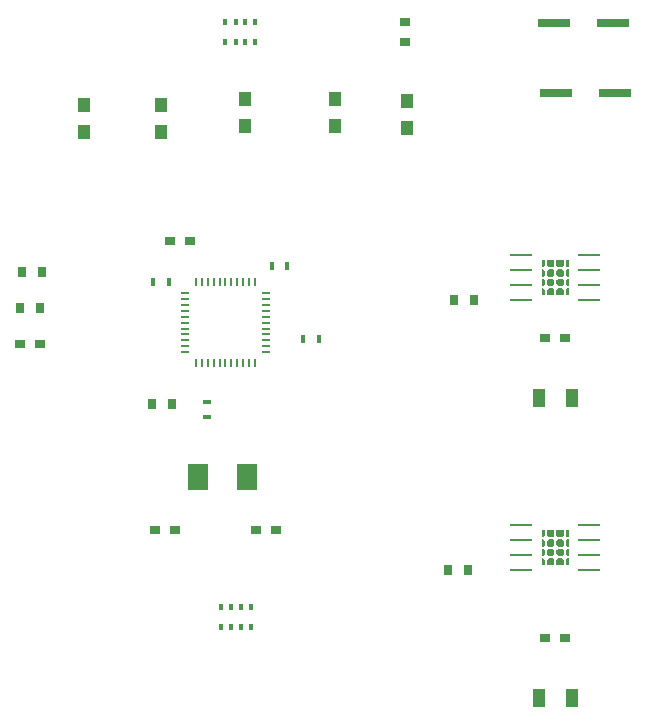
<source format=gbr>
G04 EAGLE Gerber RS-274X export*
G75*
%MOMM*%
%FSLAX34Y34*%
%LPD*%
%INSolderpaste Top*%
%IPPOS*%
%AMOC8*
5,1,8,0,0,1.08239X$1,22.5*%
G01*
%ADD10R,0.846000X0.746000*%
%ADD11R,1.051597X1.545997*%
%ADD12R,1.955800X0.254000*%
%ADD13R,0.746000X0.846000*%
%ADD14R,0.400000X0.600000*%
%ADD15R,0.350000X0.600000*%
%ADD16R,0.647600X0.147600*%
%ADD17R,0.147600X0.647600*%
%ADD18R,0.446000X0.646000*%
%ADD19R,0.646000X0.446000*%
%ADD20R,2.746000X0.746000*%
%ADD21R,0.990600X1.143000*%
%ADD22R,1.651000X2.286000*%

G36*
X816739Y618349D02*
X816739Y618349D01*
X816742Y618348D01*
X816825Y618385D01*
X818239Y619799D01*
X818241Y619802D01*
X818243Y619803D01*
X818276Y619888D01*
X818276Y624345D01*
X818275Y624347D01*
X818276Y624349D01*
X818256Y624392D01*
X818238Y624435D01*
X818236Y624436D01*
X818235Y624438D01*
X818150Y624471D01*
X812276Y624471D01*
X812274Y624470D01*
X812272Y624471D01*
X812229Y624451D01*
X812185Y624433D01*
X812185Y624431D01*
X812183Y624430D01*
X812150Y624345D01*
X812150Y619888D01*
X812151Y619885D01*
X812150Y619882D01*
X812187Y619799D01*
X813601Y618385D01*
X813604Y618384D01*
X813605Y618381D01*
X813690Y618348D01*
X816736Y618348D01*
X816739Y618349D01*
G37*
G36*
X824613Y618349D02*
X824613Y618349D01*
X824616Y618348D01*
X824699Y618385D01*
X826113Y619799D01*
X826115Y619802D01*
X826117Y619803D01*
X826150Y619888D01*
X826150Y624345D01*
X826149Y624347D01*
X826150Y624349D01*
X826130Y624392D01*
X826112Y624435D01*
X826110Y624436D01*
X826109Y624438D01*
X826024Y624471D01*
X820150Y624471D01*
X820148Y624470D01*
X820146Y624471D01*
X820103Y624451D01*
X820059Y624433D01*
X820059Y624431D01*
X820057Y624430D01*
X820024Y624345D01*
X820024Y619888D01*
X820025Y619885D01*
X820024Y619882D01*
X820061Y619799D01*
X821475Y618385D01*
X821478Y618384D01*
X821479Y618381D01*
X821564Y618348D01*
X824610Y618348D01*
X824613Y618349D01*
G37*
G36*
X826026Y594730D02*
X826026Y594730D01*
X826028Y594729D01*
X826071Y594749D01*
X826115Y594767D01*
X826115Y594770D01*
X826117Y594770D01*
X826150Y594855D01*
X826150Y599312D01*
X826149Y599315D01*
X826150Y599318D01*
X826113Y599401D01*
X824699Y600815D01*
X824696Y600817D01*
X824695Y600819D01*
X824610Y600852D01*
X821564Y600852D01*
X821561Y600851D01*
X821558Y600852D01*
X821475Y600815D01*
X820061Y599401D01*
X820060Y599398D01*
X820057Y599397D01*
X820024Y599312D01*
X820024Y594855D01*
X820025Y594853D01*
X820024Y594851D01*
X820044Y594808D01*
X820062Y594765D01*
X820064Y594764D01*
X820065Y594762D01*
X820150Y594729D01*
X826024Y594729D01*
X826026Y594730D01*
G37*
G36*
X818152Y594730D02*
X818152Y594730D01*
X818154Y594729D01*
X818197Y594749D01*
X818241Y594767D01*
X818241Y594770D01*
X818243Y594770D01*
X818276Y594855D01*
X818276Y599312D01*
X818275Y599315D01*
X818276Y599318D01*
X818239Y599401D01*
X816825Y600815D01*
X816822Y600817D01*
X816821Y600819D01*
X816736Y600852D01*
X813690Y600852D01*
X813687Y600851D01*
X813684Y600852D01*
X813601Y600815D01*
X812187Y599401D01*
X812186Y599398D01*
X812183Y599397D01*
X812150Y599312D01*
X812150Y594855D01*
X812151Y594853D01*
X812150Y594851D01*
X812170Y594808D01*
X812188Y594765D01*
X812190Y594764D01*
X812191Y594762D01*
X812276Y594729D01*
X818150Y594729D01*
X818152Y594730D01*
G37*
G36*
X816739Y389749D02*
X816739Y389749D01*
X816742Y389748D01*
X816825Y389785D01*
X818239Y391199D01*
X818241Y391202D01*
X818243Y391203D01*
X818276Y391288D01*
X818276Y395745D01*
X818275Y395747D01*
X818276Y395749D01*
X818256Y395792D01*
X818238Y395835D01*
X818236Y395836D01*
X818235Y395838D01*
X818150Y395871D01*
X812276Y395871D01*
X812274Y395870D01*
X812272Y395871D01*
X812229Y395851D01*
X812185Y395833D01*
X812185Y395831D01*
X812183Y395830D01*
X812150Y395745D01*
X812150Y391288D01*
X812151Y391285D01*
X812150Y391282D01*
X812187Y391199D01*
X813601Y389785D01*
X813604Y389784D01*
X813605Y389781D01*
X813690Y389748D01*
X816736Y389748D01*
X816739Y389749D01*
G37*
G36*
X824613Y389749D02*
X824613Y389749D01*
X824616Y389748D01*
X824699Y389785D01*
X826113Y391199D01*
X826115Y391202D01*
X826117Y391203D01*
X826150Y391288D01*
X826150Y395745D01*
X826149Y395747D01*
X826150Y395749D01*
X826130Y395792D01*
X826112Y395835D01*
X826110Y395836D01*
X826109Y395838D01*
X826024Y395871D01*
X820150Y395871D01*
X820148Y395870D01*
X820146Y395871D01*
X820103Y395851D01*
X820059Y395833D01*
X820059Y395831D01*
X820057Y395830D01*
X820024Y395745D01*
X820024Y391288D01*
X820025Y391285D01*
X820024Y391282D01*
X820061Y391199D01*
X821475Y389785D01*
X821478Y389784D01*
X821479Y389781D01*
X821564Y389748D01*
X824610Y389748D01*
X824613Y389749D01*
G37*
G36*
X818152Y366130D02*
X818152Y366130D01*
X818154Y366129D01*
X818197Y366149D01*
X818241Y366167D01*
X818241Y366170D01*
X818243Y366170D01*
X818276Y366255D01*
X818276Y370712D01*
X818275Y370715D01*
X818276Y370718D01*
X818239Y370801D01*
X816825Y372215D01*
X816822Y372217D01*
X816821Y372219D01*
X816736Y372252D01*
X813690Y372252D01*
X813687Y372251D01*
X813684Y372252D01*
X813601Y372215D01*
X812187Y370801D01*
X812186Y370798D01*
X812183Y370797D01*
X812150Y370712D01*
X812150Y366255D01*
X812151Y366253D01*
X812150Y366251D01*
X812170Y366208D01*
X812188Y366165D01*
X812190Y366164D01*
X812191Y366162D01*
X812276Y366129D01*
X818150Y366129D01*
X818152Y366130D01*
G37*
G36*
X826026Y366130D02*
X826026Y366130D01*
X826028Y366129D01*
X826071Y366149D01*
X826115Y366167D01*
X826115Y366170D01*
X826117Y366170D01*
X826150Y366255D01*
X826150Y370712D01*
X826149Y370715D01*
X826150Y370718D01*
X826113Y370801D01*
X824699Y372215D01*
X824696Y372217D01*
X824695Y372219D01*
X824610Y372252D01*
X821564Y372252D01*
X821561Y372251D01*
X821558Y372252D01*
X821475Y372215D01*
X820061Y370801D01*
X820060Y370798D01*
X820057Y370797D01*
X820024Y370712D01*
X820024Y366255D01*
X820025Y366253D01*
X820024Y366251D01*
X820044Y366208D01*
X820062Y366165D01*
X820064Y366164D01*
X820065Y366162D01*
X820150Y366129D01*
X826024Y366129D01*
X826026Y366130D01*
G37*
G36*
X824613Y610475D02*
X824613Y610475D01*
X824616Y610474D01*
X824699Y610511D01*
X826113Y611925D01*
X826115Y611928D01*
X826117Y611929D01*
X826150Y612014D01*
X826150Y615060D01*
X826149Y615063D01*
X826150Y615066D01*
X826113Y615149D01*
X824699Y616563D01*
X824696Y616565D01*
X824695Y616567D01*
X824610Y616600D01*
X821564Y616600D01*
X821561Y616599D01*
X821558Y616600D01*
X821475Y616563D01*
X820061Y615149D01*
X820060Y615146D01*
X820057Y615145D01*
X820024Y615060D01*
X820024Y612014D01*
X820025Y612011D01*
X820024Y612008D01*
X820061Y611925D01*
X821475Y610511D01*
X821478Y610510D01*
X821479Y610507D01*
X821564Y610474D01*
X824610Y610474D01*
X824613Y610475D01*
G37*
G36*
X816739Y610475D02*
X816739Y610475D01*
X816742Y610474D01*
X816825Y610511D01*
X818239Y611925D01*
X818241Y611928D01*
X818243Y611929D01*
X818276Y612014D01*
X818276Y615060D01*
X818275Y615063D01*
X818276Y615066D01*
X818239Y615149D01*
X816825Y616563D01*
X816822Y616565D01*
X816821Y616567D01*
X816736Y616600D01*
X813690Y616600D01*
X813687Y616599D01*
X813684Y616600D01*
X813601Y616563D01*
X812187Y615149D01*
X812186Y615146D01*
X812183Y615145D01*
X812150Y615060D01*
X812150Y612014D01*
X812151Y612011D01*
X812150Y612008D01*
X812187Y611925D01*
X813601Y610511D01*
X813604Y610510D01*
X813605Y610507D01*
X813690Y610474D01*
X816736Y610474D01*
X816739Y610475D01*
G37*
G36*
X816739Y602601D02*
X816739Y602601D01*
X816742Y602600D01*
X816825Y602637D01*
X818239Y604051D01*
X818241Y604054D01*
X818243Y604055D01*
X818276Y604140D01*
X818276Y607186D01*
X818275Y607189D01*
X818276Y607192D01*
X818239Y607275D01*
X816825Y608689D01*
X816822Y608691D01*
X816821Y608693D01*
X816736Y608726D01*
X813690Y608726D01*
X813687Y608725D01*
X813684Y608726D01*
X813601Y608689D01*
X812187Y607275D01*
X812186Y607272D01*
X812183Y607271D01*
X812150Y607186D01*
X812150Y604140D01*
X812151Y604137D01*
X812150Y604134D01*
X812187Y604051D01*
X813601Y602637D01*
X813604Y602636D01*
X813605Y602633D01*
X813690Y602600D01*
X816736Y602600D01*
X816739Y602601D01*
G37*
G36*
X824613Y602601D02*
X824613Y602601D01*
X824616Y602600D01*
X824699Y602637D01*
X826113Y604051D01*
X826115Y604054D01*
X826117Y604055D01*
X826150Y604140D01*
X826150Y607186D01*
X826149Y607189D01*
X826150Y607192D01*
X826113Y607275D01*
X824699Y608689D01*
X824696Y608691D01*
X824695Y608693D01*
X824610Y608726D01*
X821564Y608726D01*
X821561Y608725D01*
X821558Y608726D01*
X821475Y608689D01*
X820061Y607275D01*
X820060Y607272D01*
X820057Y607271D01*
X820024Y607186D01*
X820024Y604140D01*
X820025Y604137D01*
X820024Y604134D01*
X820061Y604051D01*
X821475Y602637D01*
X821478Y602636D01*
X821479Y602633D01*
X821564Y602600D01*
X824610Y602600D01*
X824613Y602601D01*
G37*
G36*
X824613Y381875D02*
X824613Y381875D01*
X824616Y381874D01*
X824699Y381911D01*
X826113Y383325D01*
X826115Y383328D01*
X826117Y383329D01*
X826150Y383414D01*
X826150Y386460D01*
X826149Y386463D01*
X826150Y386466D01*
X826113Y386549D01*
X824699Y387963D01*
X824696Y387965D01*
X824695Y387967D01*
X824610Y388000D01*
X821564Y388000D01*
X821561Y387999D01*
X821558Y388000D01*
X821475Y387963D01*
X820061Y386549D01*
X820060Y386546D01*
X820057Y386545D01*
X820024Y386460D01*
X820024Y383414D01*
X820025Y383411D01*
X820024Y383408D01*
X820061Y383325D01*
X821475Y381911D01*
X821478Y381910D01*
X821479Y381907D01*
X821564Y381874D01*
X824610Y381874D01*
X824613Y381875D01*
G37*
G36*
X816739Y381875D02*
X816739Y381875D01*
X816742Y381874D01*
X816825Y381911D01*
X818239Y383325D01*
X818241Y383328D01*
X818243Y383329D01*
X818276Y383414D01*
X818276Y386460D01*
X818275Y386463D01*
X818276Y386466D01*
X818239Y386549D01*
X816825Y387963D01*
X816822Y387965D01*
X816821Y387967D01*
X816736Y388000D01*
X813690Y388000D01*
X813687Y387999D01*
X813684Y388000D01*
X813601Y387963D01*
X812187Y386549D01*
X812186Y386546D01*
X812183Y386545D01*
X812150Y386460D01*
X812150Y383414D01*
X812151Y383411D01*
X812150Y383408D01*
X812187Y383325D01*
X813601Y381911D01*
X813604Y381910D01*
X813605Y381907D01*
X813690Y381874D01*
X816736Y381874D01*
X816739Y381875D01*
G37*
G36*
X816739Y374001D02*
X816739Y374001D01*
X816742Y374000D01*
X816825Y374037D01*
X818239Y375451D01*
X818241Y375454D01*
X818243Y375455D01*
X818276Y375540D01*
X818276Y378586D01*
X818275Y378589D01*
X818276Y378592D01*
X818239Y378675D01*
X816825Y380089D01*
X816822Y380091D01*
X816821Y380093D01*
X816736Y380126D01*
X813690Y380126D01*
X813687Y380125D01*
X813684Y380126D01*
X813601Y380089D01*
X812187Y378675D01*
X812186Y378672D01*
X812183Y378671D01*
X812150Y378586D01*
X812150Y375540D01*
X812151Y375537D01*
X812150Y375534D01*
X812187Y375451D01*
X813601Y374037D01*
X813604Y374036D01*
X813605Y374033D01*
X813690Y374000D01*
X816736Y374000D01*
X816739Y374001D01*
G37*
G36*
X824613Y374001D02*
X824613Y374001D01*
X824616Y374000D01*
X824699Y374037D01*
X826113Y375451D01*
X826115Y375454D01*
X826117Y375455D01*
X826150Y375540D01*
X826150Y378586D01*
X826149Y378589D01*
X826150Y378592D01*
X826113Y378675D01*
X824699Y380089D01*
X824696Y380091D01*
X824695Y380093D01*
X824610Y380126D01*
X821564Y380126D01*
X821561Y380125D01*
X821558Y380126D01*
X821475Y380089D01*
X820061Y378675D01*
X820060Y378672D01*
X820057Y378671D01*
X820024Y378586D01*
X820024Y375540D01*
X820025Y375537D01*
X820024Y375534D01*
X820061Y375451D01*
X821475Y374037D01*
X821478Y374036D01*
X821479Y374033D01*
X821564Y374000D01*
X824610Y374000D01*
X824613Y374001D01*
G37*
G36*
X830341Y618349D02*
X830341Y618349D01*
X830343Y618348D01*
X830386Y618368D01*
X830429Y618386D01*
X830430Y618388D01*
X830432Y618389D01*
X830465Y618474D01*
X830465Y624345D01*
X830464Y624347D01*
X830465Y624349D01*
X830445Y624392D01*
X830427Y624435D01*
X830425Y624436D01*
X830424Y624438D01*
X830339Y624471D01*
X828024Y624471D01*
X828022Y624470D01*
X828020Y624471D01*
X827977Y624451D01*
X827933Y624433D01*
X827933Y624431D01*
X827931Y624430D01*
X827898Y624345D01*
X827898Y619888D01*
X827899Y619885D01*
X827898Y619882D01*
X827935Y619799D01*
X829349Y618385D01*
X829352Y618384D01*
X829353Y618381D01*
X829438Y618348D01*
X830339Y618348D01*
X830341Y618349D01*
G37*
G36*
X808865Y618349D02*
X808865Y618349D01*
X808868Y618348D01*
X808951Y618385D01*
X810365Y619799D01*
X810367Y619802D01*
X810369Y619803D01*
X810402Y619888D01*
X810402Y624345D01*
X810401Y624347D01*
X810402Y624349D01*
X810382Y624392D01*
X810364Y624435D01*
X810362Y624436D01*
X810361Y624438D01*
X810276Y624471D01*
X807961Y624471D01*
X807959Y624470D01*
X807957Y624471D01*
X807914Y624451D01*
X807871Y624433D01*
X807870Y624431D01*
X807868Y624430D01*
X807835Y624345D01*
X807835Y618474D01*
X807836Y618472D01*
X807835Y618470D01*
X807855Y618427D01*
X807873Y618383D01*
X807876Y618383D01*
X807876Y618381D01*
X807961Y618348D01*
X808862Y618348D01*
X808865Y618349D01*
G37*
G36*
X810278Y594730D02*
X810278Y594730D01*
X810280Y594729D01*
X810323Y594749D01*
X810367Y594767D01*
X810367Y594770D01*
X810369Y594770D01*
X810402Y594855D01*
X810402Y599312D01*
X810401Y599315D01*
X810402Y599318D01*
X810365Y599401D01*
X808951Y600815D01*
X808948Y600817D01*
X808947Y600819D01*
X808862Y600852D01*
X807961Y600852D01*
X807959Y600851D01*
X807957Y600852D01*
X807914Y600832D01*
X807871Y600814D01*
X807870Y600812D01*
X807868Y600811D01*
X807835Y600726D01*
X807835Y594855D01*
X807836Y594853D01*
X807835Y594851D01*
X807855Y594808D01*
X807873Y594765D01*
X807876Y594764D01*
X807876Y594762D01*
X807961Y594729D01*
X810276Y594729D01*
X810278Y594730D01*
G37*
G36*
X830341Y594730D02*
X830341Y594730D01*
X830343Y594729D01*
X830386Y594749D01*
X830429Y594767D01*
X830430Y594770D01*
X830432Y594770D01*
X830465Y594855D01*
X830465Y600726D01*
X830464Y600728D01*
X830465Y600730D01*
X830445Y600773D01*
X830427Y600817D01*
X830425Y600817D01*
X830424Y600819D01*
X830339Y600852D01*
X829438Y600852D01*
X829435Y600851D01*
X829432Y600852D01*
X829349Y600815D01*
X827935Y599401D01*
X827934Y599398D01*
X827931Y599397D01*
X827898Y599312D01*
X827898Y594855D01*
X827899Y594853D01*
X827898Y594851D01*
X827918Y594808D01*
X827936Y594765D01*
X827938Y594764D01*
X827939Y594762D01*
X828024Y594729D01*
X830339Y594729D01*
X830341Y594730D01*
G37*
G36*
X830341Y389749D02*
X830341Y389749D01*
X830343Y389748D01*
X830386Y389768D01*
X830429Y389786D01*
X830430Y389788D01*
X830432Y389789D01*
X830465Y389874D01*
X830465Y395745D01*
X830464Y395747D01*
X830465Y395749D01*
X830445Y395792D01*
X830427Y395835D01*
X830425Y395836D01*
X830424Y395838D01*
X830339Y395871D01*
X828024Y395871D01*
X828022Y395870D01*
X828020Y395871D01*
X827977Y395851D01*
X827933Y395833D01*
X827933Y395831D01*
X827931Y395830D01*
X827898Y395745D01*
X827898Y391288D01*
X827899Y391285D01*
X827898Y391282D01*
X827935Y391199D01*
X829349Y389785D01*
X829352Y389784D01*
X829353Y389781D01*
X829438Y389748D01*
X830339Y389748D01*
X830341Y389749D01*
G37*
G36*
X808865Y389749D02*
X808865Y389749D01*
X808868Y389748D01*
X808951Y389785D01*
X810365Y391199D01*
X810367Y391202D01*
X810369Y391203D01*
X810402Y391288D01*
X810402Y395745D01*
X810401Y395747D01*
X810402Y395749D01*
X810382Y395792D01*
X810364Y395835D01*
X810362Y395836D01*
X810361Y395838D01*
X810276Y395871D01*
X807961Y395871D01*
X807959Y395870D01*
X807957Y395871D01*
X807914Y395851D01*
X807871Y395833D01*
X807870Y395831D01*
X807868Y395830D01*
X807835Y395745D01*
X807835Y389874D01*
X807836Y389872D01*
X807835Y389870D01*
X807855Y389827D01*
X807873Y389783D01*
X807876Y389783D01*
X807876Y389781D01*
X807961Y389748D01*
X808862Y389748D01*
X808865Y389749D01*
G37*
G36*
X830341Y366130D02*
X830341Y366130D01*
X830343Y366129D01*
X830386Y366149D01*
X830429Y366167D01*
X830430Y366170D01*
X830432Y366170D01*
X830465Y366255D01*
X830465Y372126D01*
X830464Y372128D01*
X830465Y372130D01*
X830445Y372173D01*
X830427Y372217D01*
X830425Y372217D01*
X830424Y372219D01*
X830339Y372252D01*
X829438Y372252D01*
X829435Y372251D01*
X829432Y372252D01*
X829349Y372215D01*
X827935Y370801D01*
X827934Y370798D01*
X827931Y370797D01*
X827898Y370712D01*
X827898Y366255D01*
X827899Y366253D01*
X827898Y366251D01*
X827918Y366208D01*
X827936Y366165D01*
X827938Y366164D01*
X827939Y366162D01*
X828024Y366129D01*
X830339Y366129D01*
X830341Y366130D01*
G37*
G36*
X810278Y366130D02*
X810278Y366130D01*
X810280Y366129D01*
X810323Y366149D01*
X810367Y366167D01*
X810367Y366170D01*
X810369Y366170D01*
X810402Y366255D01*
X810402Y370712D01*
X810401Y370715D01*
X810402Y370718D01*
X810365Y370801D01*
X808951Y372215D01*
X808948Y372217D01*
X808947Y372219D01*
X808862Y372252D01*
X807961Y372252D01*
X807959Y372251D01*
X807957Y372252D01*
X807914Y372232D01*
X807871Y372214D01*
X807870Y372212D01*
X807868Y372211D01*
X807835Y372126D01*
X807835Y366255D01*
X807836Y366253D01*
X807835Y366251D01*
X807855Y366208D01*
X807873Y366165D01*
X807876Y366164D01*
X807876Y366162D01*
X807961Y366129D01*
X810276Y366129D01*
X810278Y366130D01*
G37*
G36*
X830341Y610475D02*
X830341Y610475D01*
X830343Y610474D01*
X830386Y610494D01*
X830429Y610512D01*
X830430Y610514D01*
X830432Y610515D01*
X830465Y610600D01*
X830465Y616474D01*
X830464Y616476D01*
X830465Y616478D01*
X830445Y616521D01*
X830427Y616565D01*
X830425Y616565D01*
X830424Y616567D01*
X830339Y616600D01*
X829438Y616600D01*
X829435Y616599D01*
X829432Y616600D01*
X829349Y616563D01*
X827935Y615149D01*
X827934Y615146D01*
X827931Y615145D01*
X827898Y615060D01*
X827898Y612014D01*
X827899Y612011D01*
X827898Y612008D01*
X827935Y611925D01*
X829349Y610511D01*
X829352Y610510D01*
X829353Y610507D01*
X829438Y610474D01*
X830339Y610474D01*
X830341Y610475D01*
G37*
G36*
X808865Y610475D02*
X808865Y610475D01*
X808868Y610474D01*
X808951Y610511D01*
X810365Y611925D01*
X810367Y611928D01*
X810369Y611929D01*
X810402Y612014D01*
X810402Y615060D01*
X810401Y615063D01*
X810402Y615066D01*
X810365Y615149D01*
X808951Y616563D01*
X808948Y616565D01*
X808947Y616567D01*
X808862Y616600D01*
X807961Y616600D01*
X807959Y616599D01*
X807957Y616600D01*
X807914Y616580D01*
X807871Y616562D01*
X807870Y616560D01*
X807868Y616559D01*
X807835Y616474D01*
X807835Y610600D01*
X807836Y610598D01*
X807835Y610596D01*
X807855Y610553D01*
X807873Y610509D01*
X807876Y610509D01*
X807876Y610507D01*
X807961Y610474D01*
X808862Y610474D01*
X808865Y610475D01*
G37*
G36*
X808865Y602601D02*
X808865Y602601D01*
X808868Y602600D01*
X808951Y602637D01*
X810365Y604051D01*
X810367Y604054D01*
X810369Y604055D01*
X810402Y604140D01*
X810402Y607186D01*
X810401Y607189D01*
X810402Y607192D01*
X810365Y607275D01*
X808951Y608689D01*
X808948Y608691D01*
X808947Y608693D01*
X808862Y608726D01*
X807961Y608726D01*
X807959Y608725D01*
X807957Y608726D01*
X807914Y608706D01*
X807871Y608688D01*
X807870Y608686D01*
X807868Y608685D01*
X807835Y608600D01*
X807835Y602726D01*
X807836Y602724D01*
X807835Y602722D01*
X807855Y602679D01*
X807873Y602635D01*
X807876Y602635D01*
X807876Y602633D01*
X807961Y602600D01*
X808862Y602600D01*
X808865Y602601D01*
G37*
G36*
X830341Y602601D02*
X830341Y602601D01*
X830343Y602600D01*
X830386Y602620D01*
X830429Y602638D01*
X830430Y602640D01*
X830432Y602641D01*
X830465Y602726D01*
X830465Y608600D01*
X830464Y608602D01*
X830465Y608604D01*
X830445Y608647D01*
X830427Y608691D01*
X830425Y608691D01*
X830424Y608693D01*
X830339Y608726D01*
X829438Y608726D01*
X829435Y608725D01*
X829432Y608726D01*
X829349Y608689D01*
X827935Y607275D01*
X827934Y607272D01*
X827931Y607271D01*
X827898Y607186D01*
X827898Y604140D01*
X827899Y604137D01*
X827898Y604134D01*
X827935Y604051D01*
X829349Y602637D01*
X829352Y602636D01*
X829353Y602633D01*
X829438Y602600D01*
X830339Y602600D01*
X830341Y602601D01*
G37*
G36*
X808865Y381875D02*
X808865Y381875D01*
X808868Y381874D01*
X808951Y381911D01*
X810365Y383325D01*
X810367Y383328D01*
X810369Y383329D01*
X810402Y383414D01*
X810402Y386460D01*
X810401Y386463D01*
X810402Y386466D01*
X810365Y386549D01*
X808951Y387963D01*
X808948Y387965D01*
X808947Y387967D01*
X808862Y388000D01*
X807961Y388000D01*
X807959Y387999D01*
X807957Y388000D01*
X807914Y387980D01*
X807871Y387962D01*
X807870Y387960D01*
X807868Y387959D01*
X807835Y387874D01*
X807835Y382000D01*
X807836Y381998D01*
X807835Y381996D01*
X807855Y381953D01*
X807873Y381909D01*
X807876Y381909D01*
X807876Y381907D01*
X807961Y381874D01*
X808862Y381874D01*
X808865Y381875D01*
G37*
G36*
X830341Y381875D02*
X830341Y381875D01*
X830343Y381874D01*
X830386Y381894D01*
X830429Y381912D01*
X830430Y381914D01*
X830432Y381915D01*
X830465Y382000D01*
X830465Y387874D01*
X830464Y387876D01*
X830465Y387878D01*
X830445Y387921D01*
X830427Y387965D01*
X830425Y387965D01*
X830424Y387967D01*
X830339Y388000D01*
X829438Y388000D01*
X829435Y387999D01*
X829432Y388000D01*
X829349Y387963D01*
X827935Y386549D01*
X827934Y386546D01*
X827931Y386545D01*
X827898Y386460D01*
X827898Y383414D01*
X827899Y383411D01*
X827898Y383408D01*
X827935Y383325D01*
X829349Y381911D01*
X829352Y381910D01*
X829353Y381907D01*
X829438Y381874D01*
X830339Y381874D01*
X830341Y381875D01*
G37*
G36*
X830341Y374001D02*
X830341Y374001D01*
X830343Y374000D01*
X830386Y374020D01*
X830429Y374038D01*
X830430Y374040D01*
X830432Y374041D01*
X830465Y374126D01*
X830465Y380000D01*
X830464Y380002D01*
X830465Y380004D01*
X830445Y380047D01*
X830427Y380091D01*
X830425Y380091D01*
X830424Y380093D01*
X830339Y380126D01*
X829438Y380126D01*
X829435Y380125D01*
X829432Y380126D01*
X829349Y380089D01*
X827935Y378675D01*
X827934Y378672D01*
X827931Y378671D01*
X827898Y378586D01*
X827898Y375540D01*
X827899Y375537D01*
X827898Y375534D01*
X827935Y375451D01*
X829349Y374037D01*
X829352Y374036D01*
X829353Y374033D01*
X829438Y374000D01*
X830339Y374000D01*
X830341Y374001D01*
G37*
G36*
X808865Y374001D02*
X808865Y374001D01*
X808868Y374000D01*
X808951Y374037D01*
X810365Y375451D01*
X810367Y375454D01*
X810369Y375455D01*
X810402Y375540D01*
X810402Y378586D01*
X810401Y378589D01*
X810402Y378592D01*
X810365Y378675D01*
X808951Y380089D01*
X808948Y380091D01*
X808947Y380093D01*
X808862Y380126D01*
X807961Y380126D01*
X807959Y380125D01*
X807957Y380126D01*
X807914Y380106D01*
X807871Y380088D01*
X807870Y380086D01*
X807868Y380085D01*
X807835Y380000D01*
X807835Y374126D01*
X807836Y374124D01*
X807835Y374122D01*
X807855Y374079D01*
X807873Y374035D01*
X807876Y374035D01*
X807876Y374033D01*
X807961Y374000D01*
X808862Y374000D01*
X808865Y374001D01*
G37*
D10*
X827650Y304800D03*
X810650Y304800D03*
D11*
X833178Y254000D03*
X805122Y254000D03*
D10*
X827650Y558800D03*
X810650Y558800D03*
D11*
X833178Y508000D03*
X805122Y508000D03*
D10*
X565540Y396240D03*
X582540Y396240D03*
X480450Y396240D03*
X497450Y396240D03*
X509896Y640842D03*
X492896Y640842D03*
X366150Y553720D03*
X383150Y553720D03*
D12*
X790400Y628650D03*
X790400Y615950D03*
X790400Y603250D03*
X790400Y590550D03*
X847900Y590550D03*
X847900Y603250D03*
X847900Y615950D03*
X847900Y628650D03*
X790400Y400050D03*
X790400Y387350D03*
X790400Y374650D03*
X790400Y361950D03*
X847900Y361950D03*
X847900Y374650D03*
X847900Y387350D03*
X847900Y400050D03*
D13*
X733180Y590550D03*
X750180Y590550D03*
X728100Y361950D03*
X745100Y361950D03*
X494910Y502920D03*
X477910Y502920D03*
D14*
X565150Y809000D03*
D15*
X556400Y809000D03*
X548400Y809000D03*
D14*
X539650Y809000D03*
X539650Y826000D03*
D15*
X548400Y826000D03*
X556400Y826000D03*
D14*
X565150Y826000D03*
X561340Y313700D03*
D15*
X552590Y313700D03*
X544590Y313700D03*
D14*
X535840Y313700D03*
X535840Y330700D03*
D15*
X544590Y330700D03*
X552590Y330700D03*
D14*
X561340Y330700D03*
D13*
X367420Y614680D03*
X384420Y614680D03*
X366150Y584200D03*
X383150Y584200D03*
D10*
X692150Y809380D03*
X692150Y826380D03*
D16*
X505750Y596500D03*
X505750Y591500D03*
X505750Y586500D03*
X505750Y581500D03*
X505750Y576500D03*
X505750Y571500D03*
X505750Y566500D03*
X505750Y561500D03*
X505750Y556500D03*
X505750Y551500D03*
X505750Y546500D03*
D17*
X514750Y537500D03*
X519750Y537500D03*
X524750Y537500D03*
X529750Y537500D03*
X534750Y537500D03*
X539750Y537500D03*
X544750Y537500D03*
X549750Y537500D03*
X554750Y537500D03*
X559750Y537500D03*
X564750Y537500D03*
D16*
X573750Y546500D03*
X573750Y551500D03*
X573750Y556500D03*
X573750Y561500D03*
X573750Y566500D03*
X573750Y571500D03*
X573750Y576500D03*
X573750Y581500D03*
X573750Y586500D03*
X573750Y591500D03*
X573750Y596500D03*
D17*
X564750Y605500D03*
X559750Y605500D03*
X554750Y605500D03*
X549750Y605500D03*
X544750Y605500D03*
X539750Y605500D03*
X534750Y605500D03*
X529750Y605500D03*
X524750Y605500D03*
X519750Y605500D03*
X514750Y605500D03*
D18*
X591970Y619760D03*
X578970Y619760D03*
X478640Y605790D03*
X491640Y605790D03*
D19*
X524510Y491340D03*
X524510Y504340D03*
D18*
X618640Y557530D03*
X605640Y557530D03*
D20*
X869470Y765810D03*
X819470Y765810D03*
X868200Y825500D03*
X818200Y825500D03*
D21*
X632460Y737870D03*
X632460Y760730D03*
X556260Y737870D03*
X556260Y760730D03*
X485140Y732790D03*
X485140Y755650D03*
X420370Y732790D03*
X420370Y755650D03*
X693420Y736600D03*
X693420Y759460D03*
D22*
X516255Y440690D03*
X558165Y440690D03*
M02*

</source>
